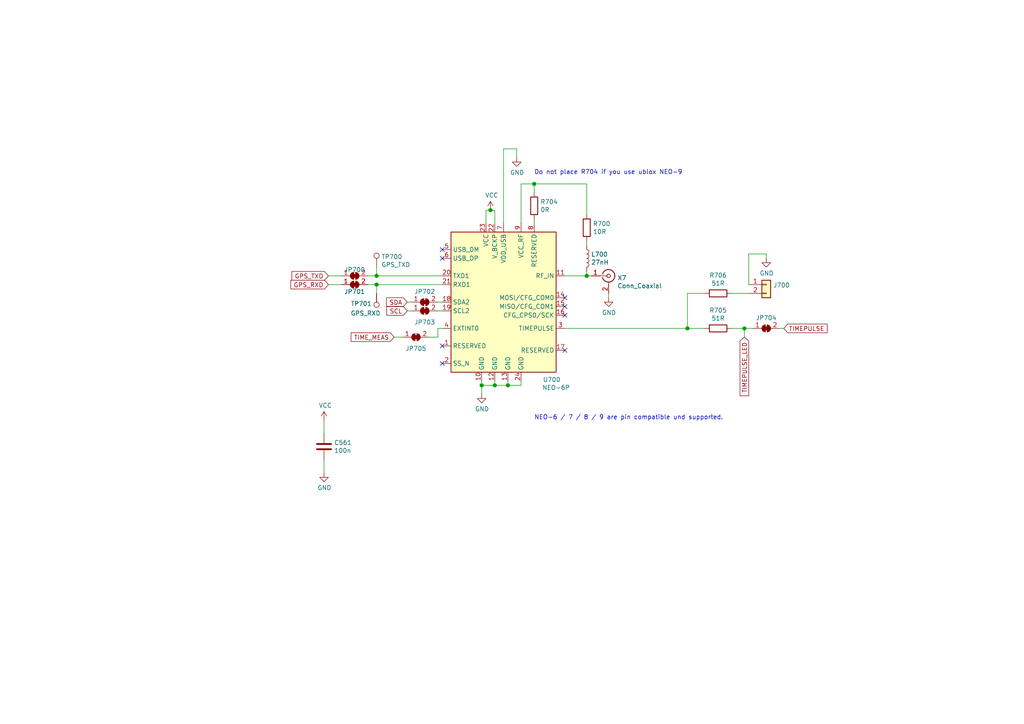
<source format=kicad_sch>
(kicad_sch (version 20211123) (generator eeschema)
  (paper "A4")
  (lib_symbols
    (symbol "Connector:TestPoint" (pin_numbers hide) (pin_names (offset 0.762) hide)
      (property "Reference" "TP" (at 0 6.858 0))
      (property "Value" "TestPoint" (at 0 5.08 0))
      (symbol "TestPoint_0_1"
        (circle (center 0 3.302) (radius 0.762))
      )
      (symbol "TestPoint_1_1"
        (pin passive line (at 0 0 90) (length 2.54) (name "1") (number "1"))
      )
    )
    (symbol "Connector_Generic:Conn_01x02" (pin_names (offset 1.016) hide)
      (property "Reference" "J" (at 0 2.54 0))
      (property "Value" "Conn_01x02" (at 0 -5.08 0))
      (symbol "Conn_01x02_1_1"
        (rectangle (start -1.27 -2.413) (end 0 -2.667) (stroke (width 0.1524)))
        (rectangle (start -1.27 0.127) (end 0 -0.127) (stroke (width 0.1524)))
        (rectangle (start -1.27 1.27) (end 1.27 -3.81) (stroke (width 0.254)) (fill (type background)))
        (pin passive line (at -5.08 0 0) (length 3.81) (name "Pin_1") (number "1"))
        (pin passive line (at -5.08 -2.54 0) (length 3.81) (name "Pin_2") (number "2"))
      )
    )
    (symbol "Device:C" (pin_numbers hide) (pin_names (offset 0.254))
      (property "Reference" "C" (at 0.635 2.54 0))
      (property "Value" "C" (at 0.635 -2.54 0))
      (symbol "C_0_1"
        (polyline (pts (xy -2.032 -0.762) (xy 2.032 -0.762)) (stroke (width 0.508)))
        (polyline (pts (xy -2.032 0.762) (xy 2.032 0.762)) (stroke (width 0.508)))
      )
      (symbol "C_1_1"
        (pin passive line (at 0 3.81 270) (length 2.794) (name "~") (number "1"))
        (pin passive line (at 0 -3.81 90) (length 2.794) (name "~") (number "2"))
      )
    )
    (symbol "Device:L" (pin_numbers hide) (pin_names (offset 1.016) hide)
      (property "Reference" "L" (at -1.27 0 90))
      (property "Value" "L" (at 1.905 0 90))
      (symbol "L_0_1"
        (arc (start 0 -2.54) (mid 0.635 -1.905) (end 0 -1.27))
        (arc (start 0 -1.27) (mid 0.635 -0.635) (end 0 0))
        (arc (start 0 0) (mid 0.635 0.635) (end 0 1.27))
        (arc (start 0 1.27) (mid 0.635 1.905) (end 0 2.54))
      )
      (symbol "L_1_1"
        (pin passive line (at 0 3.81 270) (length 1.27) (name "1") (number "1"))
        (pin passive line (at 0 -3.81 90) (length 1.27) (name "2") (number "2"))
      )
    )
    (symbol "Device:R" (pin_numbers hide) (pin_names (offset 0))
      (property "Reference" "R" (at 2.032 0 90))
      (property "Value" "R" (at 0 0 90))
      (symbol "R_0_1"
        (rectangle (start -1.016 -2.54) (end 1.016 2.54) (stroke (width 0.254)))
      )
      (symbol "R_1_1"
        (pin passive line (at 0 3.81 270) (length 1.27) (name "~") (number "1"))
        (pin passive line (at 0 -3.81 90) (length 1.27) (name "~") (number "2"))
      )
    )
    (symbol "Jumper:SolderJumper_2_Bridged" (pin_names (offset 0) hide)
      (property "Reference" "JP" (at 0 2.032 0))
      (property "Value" "SolderJumper_2_Bridged" (at 0 -2.54 0))
      (symbol "SolderJumper_2_Bridged_0_1"
        (rectangle (start -0.508 0.508) (end 0.508 -0.508) (fill (type outline)))
        (arc (start -0.254 1.016) (mid -1.27 0) (end -0.254 -1.016))
        (arc (start -0.254 1.016) (mid -1.27 0) (end -0.254 -1.016) (fill (type outline)))
        (polyline (pts (xy -0.254 1.016) (xy -0.254 -1.016)))
        (polyline (pts (xy 0.254 1.016) (xy 0.254 -1.016)))
        (arc (start 0.254 -1.016) (mid 1.27 0) (end 0.254 1.016))
        (arc (start 0.254 -1.016) (mid 1.27 0) (end 0.254 1.016) (fill (type outline)))
      )
      (symbol "SolderJumper_2_Bridged_1_1"
        (pin passive line (at -3.81 0 0) (length 2.54) (name "A") (number "1"))
        (pin passive line (at 3.81 0 180) (length 2.54) (name "B") (number "2"))
      )
    )
    (symbol "muonpi-kicad-library:Conn_Coaxial" (pin_names (offset 1.016) hide)
      (property "Reference" "J" (at 0.254 3.048 0))
      (property "Value" "Conn_Coaxial" (at 2.921 0 90))
      (symbol "Conn_Coaxial_0_1"
        (arc (start -1.778 -0.508) (mid 0.222 -1.808) (end 1.778 0) (stroke (width 0.254)))
        (polyline (pts (xy -2.54 0) (xy -0.508 0)))
        (polyline (pts (xy 0 -2.54) (xy 0 -1.778)))
        (circle (center 0 0) (radius 0.508) (stroke (width 0.2032)))
        (arc (start 1.778 0) (mid 0.222 1.8083) (end -1.778 0.508) (stroke (width 0.254)))
      )
      (symbol "Conn_Coaxial_1_1"
        (pin passive line (at -5.08 0 0) (length 2.54) (name "In") (number "1"))
        (pin passive line (at 0 -5.08 90) (length 2.54) (name "Ext") (number "2"))
      )
    )
    (symbol "muonpi-kicad-library:NEO-6P"
      (property "Reference" "U" (at -13.97 21.59 0))
      (property "Value" "NEO-6P" (at 13.97 21.59 0))
      (symbol "NEO-6P_0_1"
        (rectangle (start -15.24 20.32) (end 15.24 -20.32) (stroke (width 0.254)) (fill (type background)))
      )
      (symbol "NEO-6P_1_1"
        (pin input line (at -17.78 -12.7 0) (length 2.54) (name "RESERVED") (number "1"))
        (pin power_in line (at -6.35 -22.86 90) (length 2.54) (name "GND") (number "10"))
        (pin input line (at 17.78 7.62 180) (length 2.54) (name "RF_IN") (number "11"))
        (pin power_in line (at -2.54 -22.86 90) (length 2.54) (name "GND") (number "12"))
        (pin power_in line (at 1.27 -22.86 90) (length 2.54) (name "GND") (number "13"))
        (pin output line (at 17.78 1.27 180) (length 2.54) (name "MOSI/CFG_COM0") (number "14"))
        (pin output line (at 17.78 -1.27 180) (length 2.54) (name "MISO/CFG_COM1") (number "15"))
        (pin output line (at 17.78 -3.81 180) (length 2.54) (name "CFG_CPS0/SCK") (number "16"))
        (pin passive line (at 17.78 -13.97 180) (length 2.54) (name "RESERVED") (number "17"))
        (pin bidirectional line (at -17.78 0 0) (length 2.54) (name "SDA2") (number "18"))
        (pin input line (at -17.78 -2.54 0) (length 2.54) (name "SCL2") (number "19"))
        (pin input line (at -17.78 -17.78 0) (length 2.54) (name "SS_N") (number "2"))
        (pin output line (at -17.78 7.62 0) (length 2.54) (name "TXD1") (number "20"))
        (pin input line (at -17.78 5.08 0) (length 2.54) (name "RXD1") (number "21"))
        (pin power_in line (at -2.54 22.86 270) (length 2.54) (name "V_BCKP") (number "22"))
        (pin power_in line (at -5.08 22.86 270) (length 2.54) (name "VCC") (number "23"))
        (pin power_in line (at 5.08 -22.86 90) (length 2.54) (name "GND") (number "24"))
        (pin output line (at 17.78 -7.62 180) (length 2.54) (name "TIMEPULSE") (number "3"))
        (pin input line (at -17.78 -7.62 0) (length 2.54) (name "EXTINT0") (number "4"))
        (pin bidirectional line (at -17.78 15.24 0) (length 2.54) (name "USB_DM") (number "5"))
        (pin bidirectional line (at -17.78 12.7 0) (length 2.54) (name "USB_DP") (number "6"))
        (pin power_in line (at 0 22.86 270) (length 2.54) (name "VDD_USB") (number "7"))
        (pin input line (at 8.89 22.86 270) (length 2.54) (name "RESERVED") (number "8"))
        (pin power_out line (at 5.08 22.86 270) (length 2.54) (name "VCC_RF") (number "9"))
      )
    )
    (symbol "power:GND" (power) (pin_names (offset 0))
      (property "Value" "GND" (at 0 -3.81 0))
      (symbol "GND_0_1"
        (polyline (pts (xy 0 0) (xy 0 -1.27) (xy 1.27 -1.27) (xy 0 -2.54) (xy -1.27 -1.27) (xy 0 -1.27)))
      )
      (symbol "GND_1_1"
        (pin power_in line (at 0 0 270) (length 0) hide (name "GND") (number "1"))
      )
    )
    (symbol "power:VCC" (power) (pin_names (offset 0))
      (property "Value" "VCC" (at 0 3.81 0))
      (symbol "VCC_0_1"
        (polyline (pts (xy -0.762 1.27) (xy 0 2.54)))
        (polyline (pts (xy 0 0) (xy 0 2.54)))
        (polyline (pts (xy 0 2.54) (xy 0.762 1.27)))
      )
      (symbol "VCC_1_1"
        (pin power_in line (at 0 0 90) (length 0) hide (name "VCC") (number "1"))
      )
    )
  )
  (junction (at 142.24 60.96) (diameter 1.016))
  (junction (at 199.39 95.25) (diameter 1.016))
  (junction (at 109.22 82.55) (diameter 1.016))
  (junction (at 215.9 95.25) (diameter 1.016))
  (junction (at 170.18 80.01) (diameter 1.016))
  (junction (at 143.51 111.76) (diameter 1.016))
  (junction (at 139.7 111.76) (diameter 1.016))
  (junction (at 154.94 53.34) (diameter 1.016))
  (junction (at 147.32 111.76) (diameter 1.016))
  (junction (at 109.22 80.01) (diameter 1.016))
  (no_connect (at 128.27 74.93))
  (no_connect (at 128.27 72.39))
  (no_connect (at 163.83 88.9))
  (no_connect (at 163.83 86.36))
  (no_connect (at 128.27 105.41))
  (no_connect (at 163.83 91.44))
  (no_connect (at 128.27 100.33))
  (no_connect (at 163.83 101.6))
  (wire (pts (xy 176.53 85.09) (xy 176.53 86.36)))
  (wire (pts (xy 222.25 73.66) (xy 222.25 74.93)))
  (wire (pts (xy 139.7 110.49) (xy 139.7 111.76)))
  (wire (pts (xy 93.98 121.92) (xy 93.98 125.73)))
  (wire (pts (xy 143.51 64.77) (xy 143.51 60.96)))
  (wire (pts (xy 143.51 111.76) (xy 139.7 111.76)))
  (wire (pts (xy 143.51 110.49) (xy 143.51 111.76)))
  (wire (pts (xy 212.09 95.25) (xy 215.9 95.25)))
  (wire (pts (xy 215.9 95.25) (xy 218.44 95.25)))
  (wire (pts (xy 118.11 90.17) (xy 119.38 90.17)))
  (wire (pts (xy 204.47 85.09) (xy 199.39 85.09)))
  (wire (pts (xy 212.09 85.09) (xy 217.17 85.09)))
  (wire (pts (xy 127 87.63) (xy 128.27 87.63)))
  (wire (pts (xy 226.06 95.25) (xy 227.33 95.25)))
  (wire (pts (xy 170.18 80.01) (xy 171.45 80.01)))
  (wire (pts (xy 154.94 53.34) (xy 170.18 53.34)))
  (wire (pts (xy 142.24 60.96) (xy 143.51 60.96)))
  (wire (pts (xy 106.68 82.55) (xy 109.22 82.55)))
  (wire (pts (xy 140.97 60.96) (xy 142.24 60.96)))
  (wire (pts (xy 114.3 97.79) (xy 116.84 97.79)))
  (wire (pts (xy 95.25 80.01) (xy 99.06 80.01)))
  (wire (pts (xy 146.05 64.77) (xy 146.05 43.18)))
  (wire (pts (xy 93.98 133.35) (xy 93.98 137.16)))
  (wire (pts (xy 147.32 111.76) (xy 143.51 111.76)))
  (wire (pts (xy 124.46 97.79) (xy 127 97.79)))
  (wire (pts (xy 127 95.25) (xy 128.27 95.25)))
  (wire (pts (xy 127 97.79) (xy 127 95.25)))
  (wire (pts (xy 109.22 80.01) (xy 128.27 80.01)))
  (wire (pts (xy 170.18 69.85) (xy 170.18 71.12)))
  (wire (pts (xy 170.18 78.74) (xy 170.18 80.01)))
  (wire (pts (xy 151.13 53.34) (xy 154.94 53.34)))
  (wire (pts (xy 151.13 64.77) (xy 151.13 53.34)))
  (wire (pts (xy 151.13 110.49) (xy 151.13 111.76)))
  (wire (pts (xy 217.17 73.66) (xy 222.25 73.66)))
  (wire (pts (xy 217.17 82.55) (xy 217.17 73.66)))
  (wire (pts (xy 149.86 43.18) (xy 149.86 45.72)))
  (wire (pts (xy 154.94 53.34) (xy 154.94 55.88)))
  (wire (pts (xy 118.11 87.63) (xy 119.38 87.63)))
  (wire (pts (xy 109.22 77.47) (xy 109.22 80.01)))
  (wire (pts (xy 154.94 63.5) (xy 154.94 64.77)))
  (wire (pts (xy 199.39 95.25) (xy 204.47 95.25)))
  (wire (pts (xy 139.7 111.76) (xy 139.7 114.3)))
  (wire (pts (xy 127 90.17) (xy 128.27 90.17)))
  (wire (pts (xy 146.05 43.18) (xy 149.86 43.18)))
  (wire (pts (xy 95.25 82.55) (xy 99.06 82.55)))
  (wire (pts (xy 215.9 95.25) (xy 215.9 97.79)))
  (wire (pts (xy 170.18 53.34) (xy 170.18 62.23)))
  (wire (pts (xy 140.97 64.77) (xy 140.97 60.96)))
  (wire (pts (xy 109.22 82.55) (xy 128.27 82.55)))
  (wire (pts (xy 199.39 85.09) (xy 199.39 95.25)))
  (wire (pts (xy 109.22 82.55) (xy 109.22 85.09)))
  (wire (pts (xy 151.13 111.76) (xy 147.32 111.76)))
  (wire (pts (xy 147.32 110.49) (xy 147.32 111.76)))
  (wire (pts (xy 163.83 95.25) (xy 199.39 95.25)))
  (wire (pts (xy 106.68 80.01) (xy 109.22 80.01)))
  (wire (pts (xy 163.83 80.01) (xy 170.18 80.01)))
  (text "Do not place R704 if you use ublox NEO-9" (at 154.94 50.8 0) (effects (font (size 1.27 1.27)) (justify left bottom)))
  (text "NEO-6 / 7 / 8 / 9 are pin compatible und supported. " (at 154.94 121.92 0) (effects (font (size 1.27 1.27)) (justify left bottom)))
  (global_label "TIME_MEAS" (shape input) (at 114.3 97.79 180) (property "Intersheet References" "${INTERSHEET_REFS}" (effects hide)))
  (global_label "TIMEPULSE" (shape input) (at 227.33 95.25 0) (property "Intersheet References" "${INTERSHEET_REFS}" (effects hide)))
  (global_label "SCL" (shape input) (at 118.11 90.17 180) (property "Intersheet References" "${INTERSHEET_REFS}" (effects hide)))
  (global_label "TIMEPULSE_LED" (shape input) (at 215.9 97.79 270) (property "Intersheet References" "${INTERSHEET_REFS}" (effects hide)))
  (global_label "SDA" (shape input) (at 118.11 87.63 180) (property "Intersheet References" "${INTERSHEET_REFS}" (effects hide)))
  (global_label "GPS_RXD" (shape input) (at 95.25 82.55 180) (property "Intersheet References" "${INTERSHEET_REFS}" (effects hide)))
  (global_label "GPS_TXD" (shape input) (at 95.25 80.01 180) (property "Intersheet References" "${INTERSHEET_REFS}" (effects hide)))
  (symbol (lib_id "power:VCC") (at 142.24 60.96 0) (unit 1)
    (property "Reference" "#PWR0135" (effects hide))
    (property "Value" "VCC" (at 142.6083 56.6356 0))
  )
  (symbol (lib_id "Jumper:SolderJumper_2_Bridged") (at 222.25 95.25 0) (unit 1) (in_bom no)
    (property "Reference" "JP704" (at 222.25 92.1978 0))
    (property "Value" "SolderJumper_2_Bridged" (effects hide))
    (property "Footprint" "Jumper:SolderJumper-2_P1.3mm_Bridged_Pad1.0x1.5mm" (effects hide))
    (property "Supplier" "--" (effects hide))
    (property "JLC_placed_by" "never" (effects hide))
  )
  (symbol (lib_id "Device:R") (at 154.94 59.69 0) (unit 1)
    (property "Reference" "R704" (at 156.7181 58.5406 0) (effects (justify left)))
    (property "Value" "0R" (at 156.7181 60.8393 0) (effects (justify left)))
    (property "Footprint" "Resistor_SMD:R_0805_2012Metric_Pad1.20x1.40mm_HandSolder" (effects hide))
    (property "JLCBasicPart" "Basic" (effects hide))
    (property "JLCPartNr" "C17477" (effects hide))
    (property "JLCType" "0805W8F0000T5E" (effects hide))
    (property "OriginalType" "--" (effects hide))
    (property "Supplier" "LCSC" (effects hide))
    (property "JLCplace" "C17477" (effects hide))
    (property "JLC_placed_by" "yes" (effects hide))
  )
  (symbol (lib_id "power:GND") (at 222.25 74.93 0) (unit 1)
    (property "Reference" "#PWR0136" (effects hide))
    (property "Value" "GND" (at 222.3643 79.2544 0))
  )
  (symbol (lib_id "Device:R") (at 170.18 66.04 0) (unit 1)
    (property "Reference" "R700" (at 171.9581 64.8906 0) (effects (justify left)))
    (property "Value" "10R" (at 171.9581 67.1893 0) (effects (justify left)))
    (property "Footprint" "Resistor_SMD:R_0805_2012Metric_Pad1.20x1.40mm_HandSolder" (effects hide))
    (property "JLCBasicPart" "Basic" (effects hide))
    (property "JLCPartNr" "C17415" (effects hide))
    (property "JLCType" "0805W8F100JT5E" (effects hide))
    (property "OriginalType" "RK73H2ATTD10R0F " (effects hide))
    (property "Supplier" "LCSC" (effects hide))
    (property "JLCplace" "C17415" (effects hide))
    (property "JLC_placed_by" "yes" (effects hide))
  )
  (symbol (lib_id "Device:C") (at 93.98 129.54 0) (unit 1)
    (property "Reference" "C561" (at 96.9011 128.3906 0) (effects (justify left)))
    (property "Value" "100n" (at 96.9011 130.6893 0) (effects (justify left)))
    (property "Footprint" "Capacitor_SMD:C_0805_2012Metric_Pad1.18x1.45mm_HandSolder" (effects hide))
    (property "JLCBasicPart" "Basic" (effects hide))
    (property "JLCPartNr" "C49678" (effects hide))
    (property "JLCType" "CC0805KRX7R9BB104" (effects hide))
    (property "OriginalType" "FN21X104K500PXG " (effects hide))
    (property "Supplier" "LCSC" (effects hide))
    (property "JLCplace" "C49678" (effects hide))
    (property "JLC_placed_by" "yes" (effects hide))
  )
  (symbol (lib_id "muonpi-kicad-library:NEO-6P") (at 146.05 87.63 0) (unit 1)
    (property "Reference" "U700" (at 160.02 110.109 0))
    (property "Value" "NEO-6P" (at 161.29 112.4141 0))
    (property "Footprint" "muonpi-kicad-library:ublox_NEO" (effects hide))
    (property "Datasheet" "https://www.u-blox.com/en/ubx-viewer/view/NEO-6_DataSheet_(GPS.G6-HW-09005)?url=https%3A%2F%2Fwww.u-blox.com%2Fsites%2Fdefault%2Ffiles%2Fproducts%2Fdocuments%2FNEO-6_DataSheet_%2528GPS.G6-HW-09005%2529.pdf" (effects hide))
    (property "Supplier" "??" (effects hide))
    (property "JLC_placed_by" "no" (effects hide))
  )
  (symbol (lib_id "power:VCC") (at 93.98 121.92 0) (unit 1)
    (property "Reference" "#PWR0202" (effects hide))
    (property "Value" "VCC" (at 94.3483 117.5956 0))
  )
  (symbol (lib_id "Device:R") (at 208.28 85.09 90) (unit 1)
    (property "Reference" "R706" (at 208.28 79.8576 90))
    (property "Value" "51R" (at 208.28 82.169 90))
    (property "Footprint" "Resistor_SMD:R_0805_2012Metric_Pad1.20x1.40mm_HandSolder" (effects hide))
    (property "JLCBasicPart" "Basic" (effects hide))
    (property "JLCPartNr" "C17738" (effects hide))
    (property "JLCType" "0805W8F510JT5E" (effects hide))
    (property "OriginalType" "CR0805J80510G " (effects hide))
    (property "Supplier" "LCSC" (effects hide))
    (property "JLCplace" "C17738" (effects hide))
    (property "JLC_placed_by" "yes" (effects hide))
  )
  (symbol (lib_id "power:GND") (at 139.7 114.3 0) (unit 1)
    (property "Reference" "#PWR0134" (effects hide))
    (property "Value" "GND" (at 139.8143 118.6244 0))
  )
  (symbol (lib_id "Jumper:SolderJumper_2_Bridged") (at 102.87 80.01 0) (unit 1) (in_bom no)
    (property "Reference" "JP700" (at 102.87 78.2278 0))
    (property "Value" "SolderJumper_2_Bridged" (effects hide))
    (property "Footprint" "Jumper:SolderJumper-2_P1.3mm_Bridged_Pad1.0x1.5mm" (effects hide))
    (property "Supplier" "--" (effects hide))
    (property "JLC_placed_by" "never" (effects hide))
  )
  (symbol (lib_id "Connector:TestPoint") (at 109.22 85.09 180) (unit 1) (in_bom no)
    (property "Reference" "TP701" (at 107.8229 88.0809 0) (effects (justify left)))
    (property "Value" "GPS_RXD" (at 110.3629 90.8622 0) (effects (justify left)))
    (property "Footprint" "TestPoint:TestPoint_THTPad_1.5x1.5mm_Drill0.7mm" (effects hide))
    (property "Supplier" "--" (effects hide))
    (property "JLC_placed_by" "never" (effects hide))
  )
  (symbol (lib_id "Device:R") (at 208.28 95.25 90) (unit 1)
    (property "Reference" "R705" (at 208.28 90.0176 90))
    (property "Value" "51R" (at 208.28 92.329 90))
    (property "Footprint" "Resistor_SMD:R_0805_2012Metric_Pad1.20x1.40mm_HandSolder" (effects hide))
    (property "JLCBasicPart" "Basic" (effects hide))
    (property "JLCPartNr" "C17738" (effects hide))
    (property "JLCType" "0805W8F510JT5E" (effects hide))
    (property "OriginalType" "CR0805J80510G " (effects hide))
    (property "Supplier" "LCSC" (effects hide))
    (property "JLCplace" "C17738" (effects hide))
    (property "JLC_placed_by" "yes" (effects hide))
  )
  (symbol (lib_id "Jumper:SolderJumper_2_Bridged") (at 120.65 97.79 0) (unit 1) (in_bom no)
    (property "Reference" "JP705" (at 120.65 101.0878 0))
    (property "Value" "SolderJumper_2_Bridged" (effects hide))
    (property "Footprint" "Jumper:SolderJumper-2_P1.3mm_Bridged_Pad1.0x1.5mm" (effects hide))
    (property "Supplier" "--" (effects hide))
    (property "JLC_placed_by" "never" (effects hide))
  )
  (symbol (lib_id "power:GND") (at 93.98 137.16 0) (unit 1)
    (property "Reference" "#PWR0201" (effects hide))
    (property "Value" "GND" (at 94.0943 141.4844 0))
  )
  (symbol (lib_id "Jumper:SolderJumper_2_Bridged") (at 102.87 82.55 0) (unit 1) (in_bom no)
    (property "Reference" "JP701" (at 102.87 84.5778 0))
    (property "Value" "SolderJumper_2_Bridged" (effects hide))
    (property "Footprint" "Jumper:SolderJumper-2_P1.3mm_Bridged_Pad1.0x1.5mm" (effects hide))
    (property "Supplier" "--" (effects hide))
    (property "JLC_placed_by" "never" (effects hide))
  )
  (symbol (lib_id "Device:L") (at 170.18 74.93 0) (unit 1)
    (property "Reference" "L700" (at 171.4501 73.7806 0) (effects (justify left)))
    (property "Value" "27nH" (at 171.4501 76.0793 0) (effects (justify left)))
    (property "Footprint" "Inductor_SMD:L_0805_2012Metric_Pad1.15x1.40mm_HandSolder" (effects hide))
    (property "JLCBasicPart" "Extended" (effects hide))
    (property "JLCPartNr" "C56586" (effects hide))
    (property "JLCType" "MLI2012-27N(f)" (effects hide))
    (property "OriginalType" "VHF201209H27NJT " (effects hide))
    (property "Supplier" "LCSC " (effects hide))
    (property "alternativ supply" "mouser" (effects hide))
    (property "alternativ supply part nr." "CE201210-27NJ" (effects hide))
    (property "JLC_placed_by" "yes" (effects hide))
    (property "JLCplace" "C56586" (effects hide))
  )
  (symbol (lib_id "Jumper:SolderJumper_2_Bridged") (at 123.19 87.63 0) (unit 1) (in_bom no)
    (property "Reference" "JP702" (at 123.19 84.5778 0))
    (property "Value" "SolderJumper_2_Bridged" (effects hide))
    (property "Footprint" "Jumper:SolderJumper-2_P1.3mm_Bridged_Pad1.0x1.5mm" (effects hide))
    (property "Supplier" "--" (effects hide))
    (property "JLC_placed_by" "never" (effects hide))
  )
  (symbol (lib_id "Connector_Generic:Conn_01x02") (at 222.25 82.55 0) (unit 1) (in_bom no)
    (property "Reference" "J700" (at 224.2821 82.7214 0) (effects (justify left)))
    (property "Value" "Conn_01x02" (effects hide))
    (property "Footprint" "Connector_PinHeader_2.54mm:PinHeader_1x02_P2.54mm_Vertical" (effects hide))
    (property "OriginalType" "67997-100HLF" (effects hide))
    (property "Supplier" "Mouser" (effects hide))
    (property "JLC_placed_by" "no" (effects hide))
  )
  (symbol (lib_id "power:GND") (at 149.86 45.72 0) (unit 1)
    (property "Reference" "#PWR0138" (effects hide))
    (property "Value" "GND" (at 149.9743 50.0444 0))
  )
  (symbol (lib_id "muonpi-kicad-library:Conn_Coaxial") (at 176.53 80.01 0) (unit 1)
    (property "Reference" "X7" (at 179.07 80.6196 0) (effects (justify left)))
    (property "Value" "Conn_Coaxial" (at 179.0701 82.9246 0) (effects (justify left)))
    (property "Footprint" "muonpi-kicad-library:Connector_Coaxial_SMA_edge_combined" (effects hide))
    (property "Datasheet" " ~" (effects hide))
    (property "JLCBasicPart" "Extended" (effects hide))
    (property "JLCPartNr" "C88374" (effects hide))
    (property "JLCType" "U.FL-R-SMT-1(80)" (effects hide))
    (property "OriginalType" "U.FL-R-SMT-1(80)" (effects hide))
    (property "Supplier" "LCSC" (effects hide))
    (property "JLC_placed_by" "no" (effects hide))
  )
  (symbol (lib_id "Jumper:SolderJumper_2_Bridged") (at 123.19 90.17 0) (unit 1) (in_bom no)
    (property "Reference" "JP703" (at 123.19 93.4678 0))
    (property "Value" "SolderJumper_2_Bridged" (effects hide))
    (property "Footprint" "Jumper:SolderJumper-2_P1.3mm_Bridged_Pad1.0x1.5mm" (effects hide))
    (property "Supplier" "--" (effects hide))
    (property "JLC_placed_by" "never" (effects hide))
  )
  (symbol (lib_id "power:GND") (at 176.53 86.36 0) (unit 1)
    (property "Reference" "#PWR0137" (effects hide))
    (property "Value" "GND" (at 176.6443 90.6844 0))
  )
  (symbol (lib_id "Connector:TestPoint") (at 109.22 77.47 0) (unit 1) (in_bom no)
    (property "Reference" "TP700" (at 110.6171 74.4791 0) (effects (justify left)))
    (property "Value" "GPS_TXD" (at 110.6171 76.7778 0) (effects (justify left)))
    (property "Footprint" "TestPoint:TestPoint_THTPad_1.5x1.5mm_Drill0.7mm" (effects hide))
    (property "Supplier" "--" (effects hide))
    (property "JLC_placed_by" "never" (effects hide))
  )
)
</source>
